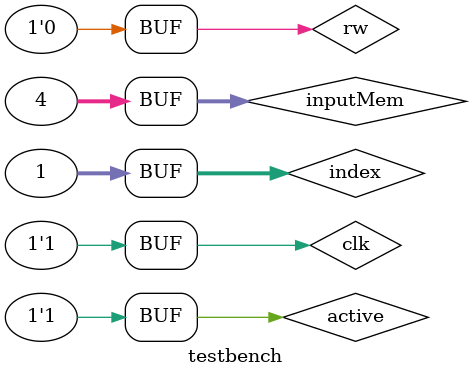
<source format=v>

module testbench ();
    reg clk;
    wire active;
    reg rw;
    wire [31:0] index,inputMem,outputMem;
    
    initial begin
        $dumpfile("testbench.vcd");
        $dumpvars(0,testbench);
        clk                  = 1;
        repeat(10) #50 clk = ~clk;
    end
    
    assign active    = 1'b1;
    assign index     = 32'b00000000000000000000000000000001;
    assign inputMem  = 32'b00000000000000000000000000000100;
    always @(*) begin
        case (active)
            1'b1:begin
                rw        = 1'b1;
                #50 rw = 1'b0;
                
            end 
             
        endcase
        
    end
    dataMemory dataMemory(clk, active, rw, index, outputMem, inputMem);
endmodule

</source>
